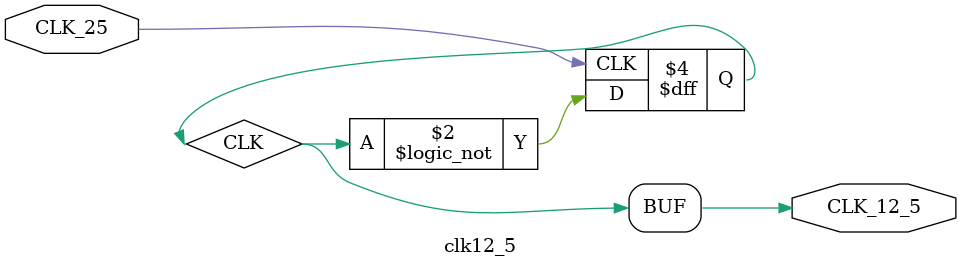
<source format=v>
module clk12_5(
input wire CLK_25,
output CLK_12_5
);

reg CLK=0;
assign CLK_12_5=CLK;

always @(posedge CLK_25)
begin
	CLK=!CLK;
end 
endmodule

</source>
